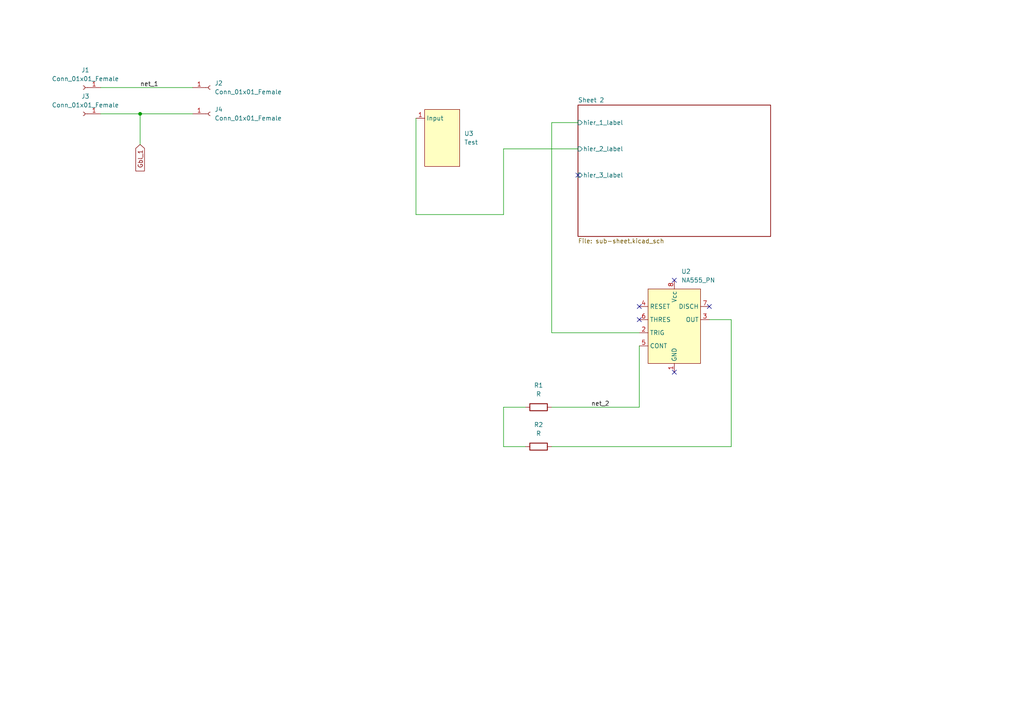
<source format=kicad_sch>
(kicad_sch (version 20211123) (generator eeschema)
  (paper "A4")
  (lib_symbols
    (symbol "Connector:Conn_01x01_Female" (pin_names (offset 1.016) hide)
      (property "Reference" "J" (at 0 2.54 0))
      (property "Value" "Conn_01x01_Female" (at 0 -2.54 0))
      (symbol "Conn_01x01_Female_1_1"
        (polyline (pts (xy -1.27 0) (xy -0.508 0)) (stroke (width 0.1524)))
        (arc (start 0 0.508) (mid -0.508 0) (end 0 -0.508) (stroke (width 0.1524)))
        (pin passive line (at -5.08 0 0) (length 3.81) (name "Pin_1") (number "1"))
      )
    )
    (symbol "Device:R" (pin_numbers hide) (pin_names (offset 0))
      (property "Reference" "R" (at 2.032 0 90))
      (property "Value" "R" (at 0 0 90))
      (symbol "R_0_1"
        (rectangle (start -1.016 -2.54) (end 1.016 2.54) (stroke (width 0.254)))
      )
      (symbol "R_1_1"
        (pin passive line (at 0 3.81 270) (length 1.27) (name "~") (number "1"))
        (pin passive line (at 0 -3.81 90) (length 1.27) (name "~") (number "2"))
      )
    )
    (symbol "Peters_Library:NA555_PN"
      (property "Reference" "U" (at 7.62 7.62 0))
      (property "Value" "NA555_PN" (at -6.35 1.27 0))
      (symbol "NA555_PN_0_1"
        (rectangle (start -6.35 -2.54) (end 8.89 -24.13) (stroke (width 0.1524)) (fill (type background)))
      )
      (symbol "NA555_PN_1_1"
        (pin power_in line (at 1.27 -26.67 90) (length 2.54) (name "GND") (number "1"))
        (pin input line (at -8.89 -15.24 0) (length 2.54) (name "TRIG") (number "2"))
        (pin output line (at 11.43 -11.43 180) (length 2.54) (name "OUT") (number "3"))
        (pin input line (at -8.89 -7.62 0) (length 2.54) (name "RESET") (number "4"))
        (pin bidirectional line (at -8.89 -19.05 0) (length 2.54) (name "CONT") (number "5"))
        (pin input line (at -8.89 -11.43 0) (length 2.54) (name "THRES") (number "6"))
        (pin output line (at 11.43 -7.62 180) (length 2.54) (name "DISCH") (number "7"))
        (pin power_in line (at 1.27 0 270) (length 2.54) (name "Vcc") (number "8"))
      )
    )
    (symbol "Peters_Library:Test"
      (property "Reference" "U" (at 3.81 2.54 0))
      (property "Value" "Test" (at 7.62 5.08 0))
      (symbol "Test_0_1"
        (rectangle (start 0 0) (end 10.16 -16.51) (stroke (width 0.1524)) (fill (type background)))
      )
      (symbol "Test_1_1"
        (pin input line (at -2.54 -2.54 0) (length 2.54) (name "Input") (number "1"))
      )
    )
  )
  (junction (at 40.64 33.02))
  (no_connect (at 195.58 81.28))
  (no_connect (at 185.42 88.9))
  (no_connect (at 185.42 92.71))
  (no_connect (at 205.74 88.9))
  (no_connect (at 195.58 107.95))
  (no_connect (at 167.64 50.8))
  (wire (pts (xy 212.09 92.71) (xy 205.74 92.71)))
  (wire (pts (xy 167.64 35.56) (xy 160.02 35.56)))
  (wire (pts (xy 185.42 100.33) (xy 185.42 118.11)))
  (wire (pts (xy 120.65 34.29) (xy 120.65 62.23)))
  (wire (pts (xy 29.21 33.02) (xy 40.64 33.02)))
  (wire (pts (xy 40.64 33.02) (xy 40.64 41.91)))
  (wire (pts (xy 160.02 129.54) (xy 212.09 129.54)))
  (wire (pts (xy 120.65 62.23) (xy 146.05 62.23)))
  (wire (pts (xy 40.64 33.02) (xy 55.88 33.02)))
  (wire (pts (xy 152.4 118.11) (xy 146.05 118.11)))
  (wire (pts (xy 146.05 43.18) (xy 167.64 43.18)))
  (wire (pts (xy 146.05 129.54) (xy 152.4 129.54)))
  (wire (pts (xy 160.02 35.56) (xy 160.02 96.52)))
  (wire (pts (xy 146.05 62.23) (xy 146.05 43.18)))
  (wire (pts (xy 146.05 118.11) (xy 146.05 129.54)))
  (wire (pts (xy 185.42 118.11) (xy 160.02 118.11)))
  (wire (pts (xy 212.09 129.54) (xy 212.09 92.71)))
  (wire (pts (xy 160.02 96.52) (xy 185.42 96.52)))
  (wire (pts (xy 29.21 25.4) (xy 55.88 25.4)))
  (label "net_2" (at 171.45 118.11 0))
  (label "net_1" (at 40.64 25.4 0))
  (global_label "Gbl_1" (shape input) (at 40.64 41.91 270) (property "Intersheet References" "${INTERSHEET_REFS}" (effects hide)))
  (symbol (lib_id "Device:R") (at 156.21 129.54 90) (unit 1)
    (property "Reference" "R2" (at 156.21 123.19 90))
    (property "Value" "R" (at 156.21 125.73 90))
    (property "Footprint" "Resistor_SMD:R_0603_1608Metric_Pad0.98x0.95mm_HandSolder" (effects hide))
  )
  (symbol (lib_id "Connector:Conn_01x01_Female") (at 24.13 33.02 180) (unit 1)
    (property "Reference" "J3" (at 24.765 27.94 0))
    (property "Value" "Conn_01x01_Female" (at 24.765 30.48 0))
    (property "Footprint" "Connector_Pin:Pin_D0.7mm_L6.5mm_W1.8mm_FlatFork" (effects hide))
  )
  (symbol (lib_id "Peters_Library:Test") (at 123.19 31.75 0) (unit 1)
    (property "Reference" "U3" (at 134.62 38.7349 0) (effects (justify left)))
    (property "Value" "Test" (at 134.62 41.2749 0) (effects (justify left)))
    (property "Footprint" "Capacitor_SMD:CP_Elec_3x5.4" (effects hide))
  )
  (symbol (lib_id "Connector:Conn_01x01_Female") (at 60.96 25.4 0) (unit 1)
    (property "Reference" "J2" (at 62.23 24.1299 0) (effects (justify left)))
    (property "Value" "Conn_01x01_Female" (at 62.23 26.6699 0) (effects (justify left)))
    (property "Footprint" "Connector_Pin:Pin_D0.7mm_L6.5mm_W1.8mm_FlatFork" (effects hide))
  )
  (symbol (lib_id "Connector:Conn_01x01_Female") (at 24.13 25.4 180) (unit 1)
    (property "Reference" "J1" (at 24.765 20.32 0))
    (property "Value" "Conn_01x01_Female" (at 24.765 22.86 0))
    (property "Footprint" "Connector_Pin:Pin_D0.7mm_L6.5mm_W1.8mm_FlatFork" (effects hide))
  )
  (symbol (lib_id "Device:R") (at 156.21 118.11 90) (unit 1)
    (property "Reference" "R1" (at 156.21 111.76 90))
    (property "Value" "R" (at 156.21 114.3 90))
    (property "Footprint" "Resistor_THT:R_Axial_DIN0207_L6.3mm_D2.5mm_P7.62mm_Horizontal" (effects hide))
  )
  (symbol (lib_id "Connector:Conn_01x01_Female") (at 60.96 33.02 0) (unit 1)
    (property "Reference" "J4" (at 62.23 31.7499 0) (effects (justify left)))
    (property "Value" "Conn_01x01_Female" (at 62.23 34.2899 0) (effects (justify left)))
    (property "Footprint" "Connector_Pin:Pin_D0.7mm_L6.5mm_W1.8mm_FlatFork" (effects hide))
  )
  (symbol (lib_id "Peters_Library:NA555_PN") (at 194.31 81.28 0) (unit 1)
    (property "Reference" "U2" (at 197.5994 78.74 0) (effects (justify left)))
    (property "Value" "NA555_PN" (at 197.5994 81.28 0) (effects (justify left)))
    (property "Footprint" "Package_DIP:DIP-8_W7.62mm" (effects hide))
    (property "Datasheet" "https://www.ti.com/lit/ds/symlink/ne555.pdf" (effects hide))
  )
  (sheet (at 167.64 30.48) (size 55.88 38.1) (stroke (width 0.1524))
    (property "Sheet name" "Sheet 2" (at 167.64 29.7684 0) (effects (justify left bottom)))
    (property "Sheet file" "sub-sheet.kicad_sch" (at 167.64 69.1646 0) (effects (justify left top)))
    (pin "hier_1_label" input (at 167.64 35.56 180))
    (pin "hier_2_label" input (at 167.64 43.18 180))
    (pin "hier_3_label" input (at 167.64 50.8 180))
  )
)
</source>
